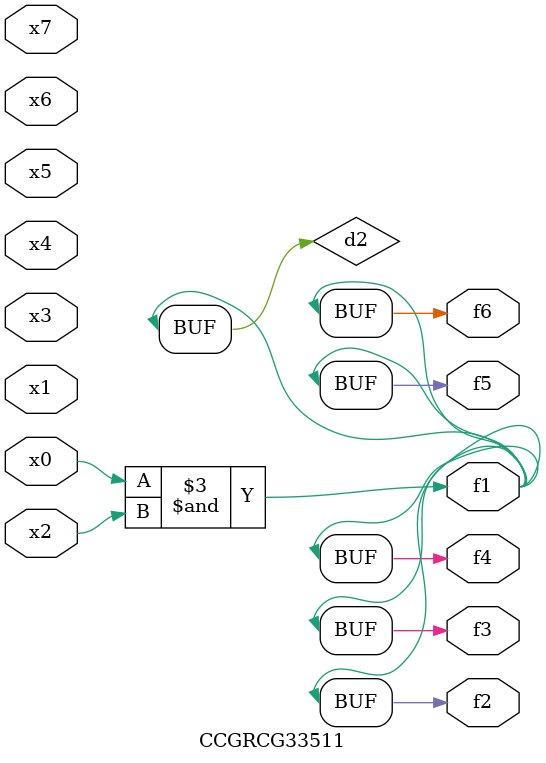
<source format=v>
module CCGRCG33511(
	input x0, x1, x2, x3, x4, x5, x6, x7,
	output f1, f2, f3, f4, f5, f6
);

	wire d1, d2;

	nor (d1, x3, x6);
	and (d2, x0, x2);
	assign f1 = d2;
	assign f2 = d2;
	assign f3 = d2;
	assign f4 = d2;
	assign f5 = d2;
	assign f6 = d2;
endmodule

</source>
